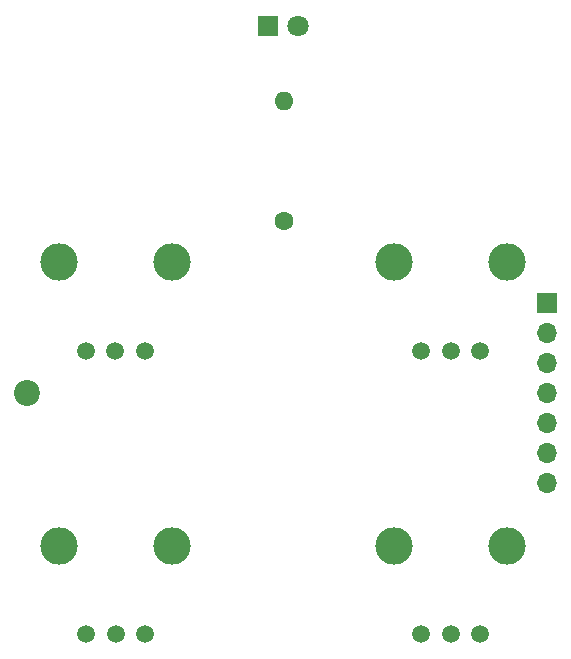
<source format=gbs>
G04 #@! TF.GenerationSoftware,KiCad,Pcbnew,(6.0.9)*
G04 #@! TF.CreationDate,2022-11-21T10:54:09+01:00*
G04 #@! TF.ProjectId,IO Board,494f2042-6f61-4726-942e-6b696361645f,rev?*
G04 #@! TF.SameCoordinates,Original*
G04 #@! TF.FileFunction,Soldermask,Bot*
G04 #@! TF.FilePolarity,Negative*
%FSLAX46Y46*%
G04 Gerber Fmt 4.6, Leading zero omitted, Abs format (unit mm)*
G04 Created by KiCad (PCBNEW (6.0.9)) date 2022-11-21 10:54:09*
%MOMM*%
%LPD*%
G01*
G04 APERTURE LIST*
%ADD10R,1.800000X1.800000*%
%ADD11C,1.800000*%
%ADD12C,1.500000*%
%ADD13C,3.164000*%
%ADD14C,1.600000*%
%ADD15O,1.600000X1.600000*%
%ADD16C,2.200000*%
%ADD17R,1.700000X1.700000*%
%ADD18O,1.700000X1.700000*%
G04 APERTURE END LIST*
D10*
X214376000Y-58216800D03*
D11*
X216916000Y-58216800D03*
D12*
X227316383Y-85723005D03*
X229816383Y-85723005D03*
X232316383Y-85723005D03*
D13*
X225066383Y-78223005D03*
X234566383Y-78223005D03*
D12*
X198954916Y-109716108D03*
X201454916Y-109716108D03*
X203954916Y-109716108D03*
D13*
X196704916Y-102216108D03*
X206204916Y-102216108D03*
D12*
X227321612Y-109725162D03*
X229821612Y-109725162D03*
X232321612Y-109725162D03*
D13*
X225071612Y-102225162D03*
X234571612Y-102225162D03*
D12*
X198948140Y-85720462D03*
X201448140Y-85720462D03*
X203948140Y-85720462D03*
D13*
X196698140Y-78220462D03*
X206198140Y-78220462D03*
D14*
X215686347Y-74727791D03*
D15*
X215686347Y-64567791D03*
D16*
X193922370Y-89298025D03*
D17*
X237998000Y-81686400D03*
D18*
X237998000Y-84226400D03*
X237998000Y-86766400D03*
X237998000Y-89306400D03*
X237998000Y-91846400D03*
X237998000Y-94386400D03*
X237998000Y-96926400D03*
M02*

</source>
